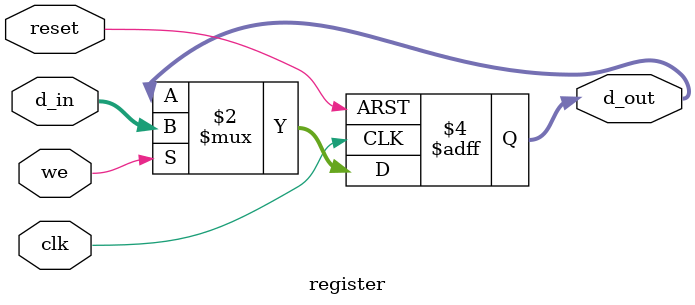
<source format=sv>
module register(
    input logic clk,reset,we,
    input logic [3:0] d_in,
    output logic [3:0] d_out
);

always_ff @(posedge clk or posedge reset) begin
    if (reset) begin
        d_out <= 4'b0;
    end
    else if (we) begin
        d_out <= d_in;
    end
end

endmodule
</source>
